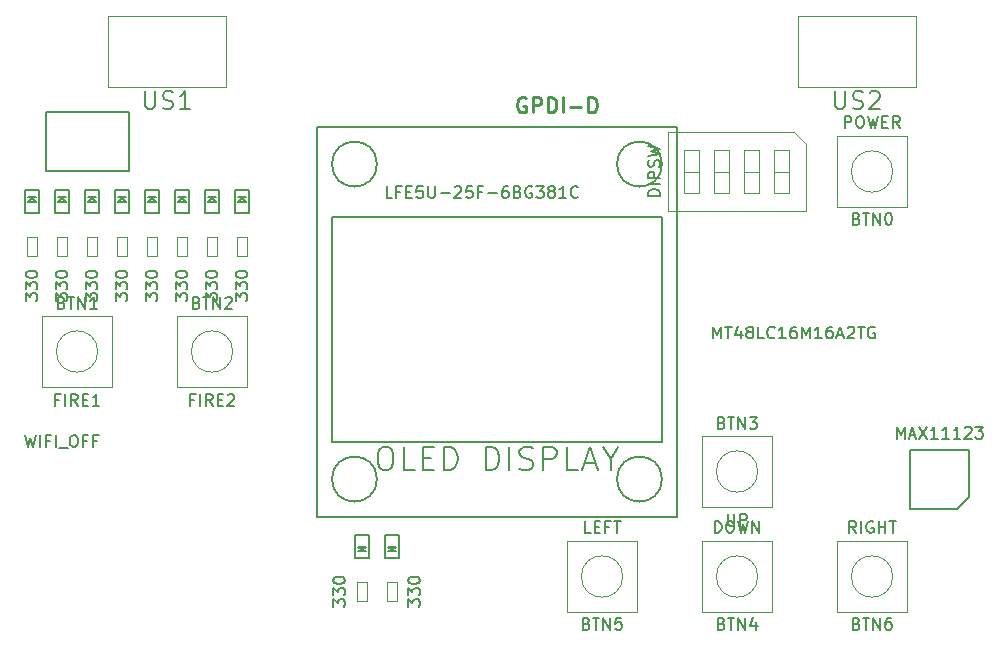
<source format=gbr>
G04 #@! TF.FileFunction,Other,Fab,Top*
%FSLAX46Y46*%
G04 Gerber Fmt 4.6, Leading zero omitted, Abs format (unit mm)*
G04 Created by KiCad (PCBNEW 4.0.7+dfsg1-1) date Wed Oct 11 10:43:22 2017*
%MOMM*%
%LPD*%
G01*
G04 APERTURE LIST*
%ADD10C,0.100000*%
%ADD11C,0.150000*%
%ADD12C,0.254000*%
G04 APERTURE END LIST*
D10*
D11*
X118530000Y-76260000D02*
X117930000Y-76260000D01*
X118230000Y-76360000D02*
X118530000Y-76660000D01*
X117930000Y-76660000D02*
X118230000Y-76360000D01*
X118530000Y-76660000D02*
X117930000Y-76660000D01*
X118830000Y-77660000D02*
X118830000Y-75660000D01*
X117630000Y-77660000D02*
X118830000Y-77660000D01*
X117630000Y-75660000D02*
X117630000Y-77660000D01*
X118830000Y-75660000D02*
X117630000Y-75660000D01*
X115990000Y-76260000D02*
X115390000Y-76260000D01*
X115690000Y-76360000D02*
X115990000Y-76660000D01*
X115390000Y-76660000D02*
X115690000Y-76360000D01*
X115990000Y-76660000D02*
X115390000Y-76660000D01*
X116290000Y-77660000D02*
X116290000Y-75660000D01*
X115090000Y-77660000D02*
X116290000Y-77660000D01*
X115090000Y-75660000D02*
X115090000Y-77660000D01*
X116290000Y-75660000D02*
X115090000Y-75660000D01*
X113450000Y-76260000D02*
X112850000Y-76260000D01*
X113150000Y-76360000D02*
X113450000Y-76660000D01*
X112850000Y-76660000D02*
X113150000Y-76360000D01*
X113450000Y-76660000D02*
X112850000Y-76660000D01*
X113750000Y-77660000D02*
X113750000Y-75660000D01*
X112550000Y-77660000D02*
X113750000Y-77660000D01*
X112550000Y-75660000D02*
X112550000Y-77660000D01*
X113750000Y-75660000D02*
X112550000Y-75660000D01*
X110910000Y-76260000D02*
X110310000Y-76260000D01*
X110610000Y-76360000D02*
X110910000Y-76660000D01*
X110310000Y-76660000D02*
X110610000Y-76360000D01*
X110910000Y-76660000D02*
X110310000Y-76660000D01*
X111210000Y-77660000D02*
X111210000Y-75660000D01*
X110010000Y-77660000D02*
X111210000Y-77660000D01*
X110010000Y-75660000D02*
X110010000Y-77660000D01*
X111210000Y-75660000D02*
X110010000Y-75660000D01*
X108370000Y-76260000D02*
X107770000Y-76260000D01*
X108070000Y-76360000D02*
X108370000Y-76660000D01*
X107770000Y-76660000D02*
X108070000Y-76360000D01*
X108370000Y-76660000D02*
X107770000Y-76660000D01*
X108670000Y-77660000D02*
X108670000Y-75660000D01*
X107470000Y-77660000D02*
X108670000Y-77660000D01*
X107470000Y-75660000D02*
X107470000Y-77660000D01*
X108670000Y-75660000D02*
X107470000Y-75660000D01*
X105830000Y-76260000D02*
X105230000Y-76260000D01*
X105530000Y-76360000D02*
X105830000Y-76660000D01*
X105230000Y-76660000D02*
X105530000Y-76360000D01*
X105830000Y-76660000D02*
X105230000Y-76660000D01*
X106130000Y-77660000D02*
X106130000Y-75660000D01*
X104930000Y-77660000D02*
X106130000Y-77660000D01*
X104930000Y-75660000D02*
X104930000Y-77660000D01*
X106130000Y-75660000D02*
X104930000Y-75660000D01*
X103290000Y-76260000D02*
X102690000Y-76260000D01*
X102990000Y-76360000D02*
X103290000Y-76660000D01*
X102690000Y-76660000D02*
X102990000Y-76360000D01*
X103290000Y-76660000D02*
X102690000Y-76660000D01*
X103590000Y-77660000D02*
X103590000Y-75660000D01*
X102390000Y-77660000D02*
X103590000Y-77660000D01*
X102390000Y-75660000D02*
X102390000Y-77660000D01*
X103590000Y-75660000D02*
X102390000Y-75660000D01*
X100750000Y-76260000D02*
X100150000Y-76260000D01*
X100450000Y-76360000D02*
X100750000Y-76660000D01*
X100150000Y-76660000D02*
X100450000Y-76360000D01*
X100750000Y-76660000D02*
X100150000Y-76660000D01*
X101050000Y-77660000D02*
X101050000Y-75660000D01*
X99850000Y-77660000D02*
X101050000Y-77660000D01*
X99850000Y-75660000D02*
X99850000Y-77660000D01*
X101050000Y-75660000D02*
X99850000Y-75660000D01*
X108624000Y-69080000D02*
X108624000Y-74080000D01*
X101624000Y-69080000D02*
X108624000Y-69080000D01*
X101624000Y-74080000D02*
X101624000Y-69080000D01*
X108624000Y-74080000D02*
X101624000Y-74080000D01*
X128090000Y-106270000D02*
X128690000Y-106270000D01*
X128390000Y-106170000D02*
X128090000Y-105870000D01*
X128690000Y-105870000D02*
X128390000Y-106170000D01*
X128090000Y-105870000D02*
X128690000Y-105870000D01*
X127790000Y-104870000D02*
X127790000Y-106870000D01*
X128990000Y-104870000D02*
X127790000Y-104870000D01*
X128990000Y-106870000D02*
X128990000Y-104870000D01*
X127790000Y-106870000D02*
X128990000Y-106870000D01*
X130630000Y-106270000D02*
X131230000Y-106270000D01*
X130930000Y-106170000D02*
X130630000Y-105870000D01*
X131230000Y-105870000D02*
X130930000Y-106170000D01*
X130630000Y-105870000D02*
X131230000Y-105870000D01*
X130330000Y-104870000D02*
X130330000Y-106870000D01*
X131530000Y-104870000D02*
X130330000Y-104870000D01*
X131530000Y-106870000D02*
X131530000Y-104870000D01*
X130330000Y-106870000D02*
X131530000Y-106870000D01*
D10*
X127990000Y-108880000D02*
X128790000Y-108880000D01*
X127990000Y-110480000D02*
X127990000Y-108880000D01*
X128790000Y-110480000D02*
X127990000Y-110480000D01*
X128790000Y-108880000D02*
X128790000Y-110480000D01*
X131330000Y-110480000D02*
X130530000Y-110480000D01*
X131330000Y-108880000D02*
X131330000Y-110480000D01*
X130530000Y-108880000D02*
X131330000Y-108880000D01*
X130530000Y-110480000D02*
X130530000Y-108880000D01*
X116880000Y-60925000D02*
X116880000Y-66925000D01*
X106880000Y-60925000D02*
X116880000Y-60925000D01*
X106880000Y-66925000D02*
X106880000Y-60925000D01*
X116880000Y-66925000D02*
X106880000Y-66925000D01*
X175300000Y-60925000D02*
X175300000Y-66925000D01*
X165300000Y-60925000D02*
X175300000Y-60925000D01*
X165300000Y-66925000D02*
X165300000Y-60925000D01*
X175300000Y-66925000D02*
X165300000Y-66925000D01*
X118630000Y-81270000D02*
X117830000Y-81270000D01*
X118630000Y-79670000D02*
X118630000Y-81270000D01*
X117830000Y-79670000D02*
X118630000Y-79670000D01*
X117830000Y-81270000D02*
X117830000Y-79670000D01*
X116090000Y-81270000D02*
X115290000Y-81270000D01*
X116090000Y-79670000D02*
X116090000Y-81270000D01*
X115290000Y-79670000D02*
X116090000Y-79670000D01*
X115290000Y-81270000D02*
X115290000Y-79670000D01*
X113550000Y-81270000D02*
X112750000Y-81270000D01*
X113550000Y-79670000D02*
X113550000Y-81270000D01*
X112750000Y-79670000D02*
X113550000Y-79670000D01*
X112750000Y-81270000D02*
X112750000Y-79670000D01*
X111010000Y-81270000D02*
X110210000Y-81270000D01*
X111010000Y-79670000D02*
X111010000Y-81270000D01*
X110210000Y-79670000D02*
X111010000Y-79670000D01*
X110210000Y-81270000D02*
X110210000Y-79670000D01*
X108470000Y-81270000D02*
X107670000Y-81270000D01*
X108470000Y-79670000D02*
X108470000Y-81270000D01*
X107670000Y-79670000D02*
X108470000Y-79670000D01*
X107670000Y-81270000D02*
X107670000Y-79670000D01*
X105930000Y-81270000D02*
X105130000Y-81270000D01*
X105930000Y-79670000D02*
X105930000Y-81270000D01*
X105130000Y-79670000D02*
X105930000Y-79670000D01*
X105130000Y-81270000D02*
X105130000Y-79670000D01*
X103390000Y-81270000D02*
X102590000Y-81270000D01*
X103390000Y-79670000D02*
X103390000Y-81270000D01*
X102590000Y-79670000D02*
X103390000Y-79670000D01*
X102590000Y-81270000D02*
X102590000Y-79670000D01*
X100850000Y-81270000D02*
X100050000Y-81270000D01*
X100850000Y-79670000D02*
X100850000Y-81270000D01*
X100050000Y-79670000D02*
X100850000Y-79670000D01*
X100050000Y-81270000D02*
X100050000Y-79670000D01*
D11*
X178785000Y-102655000D02*
X174785000Y-102655000D01*
X174785000Y-102655000D02*
X174785000Y-97655000D01*
X174785000Y-97655000D02*
X179785000Y-97655000D01*
X179785000Y-97655000D02*
X179785000Y-101655000D01*
X179785000Y-101655000D02*
X178785000Y-102655000D01*
X153790000Y-73485000D02*
G75*
G03X153790000Y-73485000I-1905000J0D01*
G01*
X129660000Y-73485000D02*
G75*
G03X129660000Y-73485000I-1905000J0D01*
G01*
X129660000Y-100155000D02*
G75*
G03X129660000Y-100155000I-1905000J0D01*
G01*
X153790000Y-100155000D02*
G75*
G03X153790000Y-100155000I-1905000J0D01*
G01*
X153790000Y-77930000D02*
X153790000Y-96980000D01*
X125850000Y-77930000D02*
X153790000Y-77930000D01*
X125850000Y-96980000D02*
X125850000Y-77930000D01*
X153790000Y-96980000D02*
X125850000Y-96980000D01*
X155060000Y-70310000D02*
X155060000Y-103330000D01*
X124580000Y-70310000D02*
X155060000Y-70310000D01*
X124580000Y-103330000D02*
X124580000Y-70310000D01*
X155060000Y-103330000D02*
X124580000Y-103330000D01*
D10*
X174570000Y-77120000D02*
X174570000Y-71120000D01*
X174570000Y-71120000D02*
X168570000Y-71120000D01*
X168570000Y-71120000D02*
X168570000Y-77120000D01*
X168570000Y-77120000D02*
X174570000Y-77120000D01*
X173320714Y-74120000D02*
G75*
G03X173320714Y-74120000I-1750714J0D01*
G01*
X101260000Y-86360000D02*
X101260000Y-92360000D01*
X101260000Y-92360000D02*
X107260000Y-92360000D01*
X107260000Y-92360000D02*
X107260000Y-86360000D01*
X107260000Y-86360000D02*
X101260000Y-86360000D01*
X106010714Y-89360000D02*
G75*
G03X106010714Y-89360000I-1750714J0D01*
G01*
X112690000Y-86360000D02*
X112690000Y-92360000D01*
X112690000Y-92360000D02*
X118690000Y-92360000D01*
X118690000Y-92360000D02*
X118690000Y-86360000D01*
X118690000Y-86360000D02*
X112690000Y-86360000D01*
X117440714Y-89360000D02*
G75*
G03X117440714Y-89360000I-1750714J0D01*
G01*
X157140000Y-96520000D02*
X157140000Y-102520000D01*
X157140000Y-102520000D02*
X163140000Y-102520000D01*
X163140000Y-102520000D02*
X163140000Y-96520000D01*
X163140000Y-96520000D02*
X157140000Y-96520000D01*
X161890714Y-99520000D02*
G75*
G03X161890714Y-99520000I-1750714J0D01*
G01*
X163140000Y-111410000D02*
X163140000Y-105410000D01*
X163140000Y-105410000D02*
X157140000Y-105410000D01*
X157140000Y-105410000D02*
X157140000Y-111410000D01*
X157140000Y-111410000D02*
X163140000Y-111410000D01*
X161890714Y-108410000D02*
G75*
G03X161890714Y-108410000I-1750714J0D01*
G01*
X151710000Y-111410000D02*
X151710000Y-105410000D01*
X151710000Y-105410000D02*
X145710000Y-105410000D01*
X145710000Y-105410000D02*
X145710000Y-111410000D01*
X145710000Y-111410000D02*
X151710000Y-111410000D01*
X150460714Y-108410000D02*
G75*
G03X150460714Y-108410000I-1750714J0D01*
G01*
X174570000Y-111410000D02*
X174570000Y-105410000D01*
X174570000Y-105410000D02*
X168570000Y-105410000D01*
X168570000Y-105410000D02*
X168570000Y-111410000D01*
X168570000Y-111410000D02*
X174570000Y-111410000D01*
X173320714Y-108410000D02*
G75*
G03X173320714Y-108410000I-1750714J0D01*
G01*
X166000000Y-71780000D02*
X166000000Y-77460000D01*
X166000000Y-77460000D02*
X154280000Y-77460000D01*
X154280000Y-77460000D02*
X154280000Y-70780000D01*
X154280000Y-70780000D02*
X165000000Y-70780000D01*
X165000000Y-70780000D02*
X166000000Y-71780000D01*
X164585000Y-72310000D02*
X163315000Y-72310000D01*
X163315000Y-72310000D02*
X163315000Y-75930000D01*
X163315000Y-75930000D02*
X164585000Y-75930000D01*
X164585000Y-75930000D02*
X164585000Y-72310000D01*
X164585000Y-74120000D02*
X163315000Y-74120000D01*
X162045000Y-72310000D02*
X160775000Y-72310000D01*
X160775000Y-72310000D02*
X160775000Y-75930000D01*
X160775000Y-75930000D02*
X162045000Y-75930000D01*
X162045000Y-75930000D02*
X162045000Y-72310000D01*
X162045000Y-74120000D02*
X160775000Y-74120000D01*
X159505000Y-72310000D02*
X158235000Y-72310000D01*
X158235000Y-72310000D02*
X158235000Y-75930000D01*
X158235000Y-75930000D02*
X159505000Y-75930000D01*
X159505000Y-75930000D02*
X159505000Y-72310000D01*
X159505000Y-74120000D02*
X158235000Y-74120000D01*
X156965000Y-72310000D02*
X155695000Y-72310000D01*
X155695000Y-72310000D02*
X155695000Y-75930000D01*
X155695000Y-75930000D02*
X156965000Y-75930000D01*
X156965000Y-75930000D02*
X156965000Y-72310000D01*
X156965000Y-74120000D02*
X155695000Y-74120000D01*
D11*
X158132666Y-88252381D02*
X158132666Y-87252381D01*
X158466000Y-87966667D01*
X158799333Y-87252381D01*
X158799333Y-88252381D01*
X159132666Y-87252381D02*
X159704095Y-87252381D01*
X159418380Y-88252381D02*
X159418380Y-87252381D01*
X160466000Y-87585714D02*
X160466000Y-88252381D01*
X160227904Y-87204762D02*
X159989809Y-87919048D01*
X160608857Y-87919048D01*
X161132666Y-87680952D02*
X161037428Y-87633333D01*
X160989809Y-87585714D01*
X160942190Y-87490476D01*
X160942190Y-87442857D01*
X160989809Y-87347619D01*
X161037428Y-87300000D01*
X161132666Y-87252381D01*
X161323143Y-87252381D01*
X161418381Y-87300000D01*
X161466000Y-87347619D01*
X161513619Y-87442857D01*
X161513619Y-87490476D01*
X161466000Y-87585714D01*
X161418381Y-87633333D01*
X161323143Y-87680952D01*
X161132666Y-87680952D01*
X161037428Y-87728571D01*
X160989809Y-87776190D01*
X160942190Y-87871429D01*
X160942190Y-88061905D01*
X160989809Y-88157143D01*
X161037428Y-88204762D01*
X161132666Y-88252381D01*
X161323143Y-88252381D01*
X161418381Y-88204762D01*
X161466000Y-88157143D01*
X161513619Y-88061905D01*
X161513619Y-87871429D01*
X161466000Y-87776190D01*
X161418381Y-87728571D01*
X161323143Y-87680952D01*
X162418381Y-88252381D02*
X161942190Y-88252381D01*
X161942190Y-87252381D01*
X163323143Y-88157143D02*
X163275524Y-88204762D01*
X163132667Y-88252381D01*
X163037429Y-88252381D01*
X162894571Y-88204762D01*
X162799333Y-88109524D01*
X162751714Y-88014286D01*
X162704095Y-87823810D01*
X162704095Y-87680952D01*
X162751714Y-87490476D01*
X162799333Y-87395238D01*
X162894571Y-87300000D01*
X163037429Y-87252381D01*
X163132667Y-87252381D01*
X163275524Y-87300000D01*
X163323143Y-87347619D01*
X164275524Y-88252381D02*
X163704095Y-88252381D01*
X163989809Y-88252381D02*
X163989809Y-87252381D01*
X163894571Y-87395238D01*
X163799333Y-87490476D01*
X163704095Y-87538095D01*
X165132667Y-87252381D02*
X164942190Y-87252381D01*
X164846952Y-87300000D01*
X164799333Y-87347619D01*
X164704095Y-87490476D01*
X164656476Y-87680952D01*
X164656476Y-88061905D01*
X164704095Y-88157143D01*
X164751714Y-88204762D01*
X164846952Y-88252381D01*
X165037429Y-88252381D01*
X165132667Y-88204762D01*
X165180286Y-88157143D01*
X165227905Y-88061905D01*
X165227905Y-87823810D01*
X165180286Y-87728571D01*
X165132667Y-87680952D01*
X165037429Y-87633333D01*
X164846952Y-87633333D01*
X164751714Y-87680952D01*
X164704095Y-87728571D01*
X164656476Y-87823810D01*
X165656476Y-88252381D02*
X165656476Y-87252381D01*
X165989810Y-87966667D01*
X166323143Y-87252381D01*
X166323143Y-88252381D01*
X167323143Y-88252381D02*
X166751714Y-88252381D01*
X167037428Y-88252381D02*
X167037428Y-87252381D01*
X166942190Y-87395238D01*
X166846952Y-87490476D01*
X166751714Y-87538095D01*
X168180286Y-87252381D02*
X167989809Y-87252381D01*
X167894571Y-87300000D01*
X167846952Y-87347619D01*
X167751714Y-87490476D01*
X167704095Y-87680952D01*
X167704095Y-88061905D01*
X167751714Y-88157143D01*
X167799333Y-88204762D01*
X167894571Y-88252381D01*
X168085048Y-88252381D01*
X168180286Y-88204762D01*
X168227905Y-88157143D01*
X168275524Y-88061905D01*
X168275524Y-87823810D01*
X168227905Y-87728571D01*
X168180286Y-87680952D01*
X168085048Y-87633333D01*
X167894571Y-87633333D01*
X167799333Y-87680952D01*
X167751714Y-87728571D01*
X167704095Y-87823810D01*
X168656476Y-87966667D02*
X169132667Y-87966667D01*
X168561238Y-88252381D02*
X168894571Y-87252381D01*
X169227905Y-88252381D01*
X169513619Y-87347619D02*
X169561238Y-87300000D01*
X169656476Y-87252381D01*
X169894572Y-87252381D01*
X169989810Y-87300000D01*
X170037429Y-87347619D01*
X170085048Y-87442857D01*
X170085048Y-87538095D01*
X170037429Y-87680952D01*
X169466000Y-88252381D01*
X170085048Y-88252381D01*
X170370762Y-87252381D02*
X170942191Y-87252381D01*
X170656476Y-88252381D02*
X170656476Y-87252381D01*
X171799334Y-87300000D02*
X171704096Y-87252381D01*
X171561239Y-87252381D01*
X171418381Y-87300000D01*
X171323143Y-87395238D01*
X171275524Y-87490476D01*
X171227905Y-87680952D01*
X171227905Y-87823810D01*
X171275524Y-88014286D01*
X171323143Y-88109524D01*
X171418381Y-88204762D01*
X171561239Y-88252381D01*
X171656477Y-88252381D01*
X171799334Y-88204762D01*
X171846953Y-88157143D01*
X171846953Y-87823810D01*
X171656477Y-87823810D01*
X99894762Y-96432381D02*
X100132857Y-97432381D01*
X100323334Y-96718095D01*
X100513810Y-97432381D01*
X100751905Y-96432381D01*
X101132857Y-97432381D02*
X101132857Y-96432381D01*
X101942381Y-96908571D02*
X101609047Y-96908571D01*
X101609047Y-97432381D02*
X101609047Y-96432381D01*
X102085238Y-96432381D01*
X102466190Y-97432381D02*
X102466190Y-96432381D01*
X102704285Y-97527619D02*
X103466190Y-97527619D01*
X103894761Y-96432381D02*
X104085238Y-96432381D01*
X104180476Y-96480000D01*
X104275714Y-96575238D01*
X104323333Y-96765714D01*
X104323333Y-97099048D01*
X104275714Y-97289524D01*
X104180476Y-97384762D01*
X104085238Y-97432381D01*
X103894761Y-97432381D01*
X103799523Y-97384762D01*
X103704285Y-97289524D01*
X103656666Y-97099048D01*
X103656666Y-96765714D01*
X103704285Y-96575238D01*
X103799523Y-96480000D01*
X103894761Y-96432381D01*
X105085238Y-96908571D02*
X104751904Y-96908571D01*
X104751904Y-97432381D02*
X104751904Y-96432381D01*
X105228095Y-96432381D01*
X105942381Y-96908571D02*
X105609047Y-96908571D01*
X105609047Y-97432381D02*
X105609047Y-96432381D01*
X106085238Y-96432381D01*
X125942381Y-110965714D02*
X125942381Y-110346666D01*
X126323333Y-110680000D01*
X126323333Y-110537142D01*
X126370952Y-110441904D01*
X126418571Y-110394285D01*
X126513810Y-110346666D01*
X126751905Y-110346666D01*
X126847143Y-110394285D01*
X126894762Y-110441904D01*
X126942381Y-110537142D01*
X126942381Y-110822857D01*
X126894762Y-110918095D01*
X126847143Y-110965714D01*
X125942381Y-110013333D02*
X125942381Y-109394285D01*
X126323333Y-109727619D01*
X126323333Y-109584761D01*
X126370952Y-109489523D01*
X126418571Y-109441904D01*
X126513810Y-109394285D01*
X126751905Y-109394285D01*
X126847143Y-109441904D01*
X126894762Y-109489523D01*
X126942381Y-109584761D01*
X126942381Y-109870476D01*
X126894762Y-109965714D01*
X126847143Y-110013333D01*
X125942381Y-108775238D02*
X125942381Y-108679999D01*
X125990000Y-108584761D01*
X126037619Y-108537142D01*
X126132857Y-108489523D01*
X126323333Y-108441904D01*
X126561429Y-108441904D01*
X126751905Y-108489523D01*
X126847143Y-108537142D01*
X126894762Y-108584761D01*
X126942381Y-108679999D01*
X126942381Y-108775238D01*
X126894762Y-108870476D01*
X126847143Y-108918095D01*
X126751905Y-108965714D01*
X126561429Y-109013333D01*
X126323333Y-109013333D01*
X126132857Y-108965714D01*
X126037619Y-108918095D01*
X125990000Y-108870476D01*
X125942381Y-108775238D01*
X132282381Y-110965714D02*
X132282381Y-110346666D01*
X132663333Y-110680000D01*
X132663333Y-110537142D01*
X132710952Y-110441904D01*
X132758571Y-110394285D01*
X132853810Y-110346666D01*
X133091905Y-110346666D01*
X133187143Y-110394285D01*
X133234762Y-110441904D01*
X133282381Y-110537142D01*
X133282381Y-110822857D01*
X133234762Y-110918095D01*
X133187143Y-110965714D01*
X132282381Y-110013333D02*
X132282381Y-109394285D01*
X132663333Y-109727619D01*
X132663333Y-109584761D01*
X132710952Y-109489523D01*
X132758571Y-109441904D01*
X132853810Y-109394285D01*
X133091905Y-109394285D01*
X133187143Y-109441904D01*
X133234762Y-109489523D01*
X133282381Y-109584761D01*
X133282381Y-109870476D01*
X133234762Y-109965714D01*
X133187143Y-110013333D01*
X132282381Y-108775238D02*
X132282381Y-108679999D01*
X132330000Y-108584761D01*
X132377619Y-108537142D01*
X132472857Y-108489523D01*
X132663333Y-108441904D01*
X132901429Y-108441904D01*
X133091905Y-108489523D01*
X133187143Y-108537142D01*
X133234762Y-108584761D01*
X133282381Y-108679999D01*
X133282381Y-108775238D01*
X133234762Y-108870476D01*
X133187143Y-108918095D01*
X133091905Y-108965714D01*
X132901429Y-109013333D01*
X132663333Y-109013333D01*
X132472857Y-108965714D01*
X132377619Y-108918095D01*
X132330000Y-108870476D01*
X132282381Y-108775238D01*
X110022858Y-67329571D02*
X110022858Y-68543857D01*
X110094286Y-68686714D01*
X110165715Y-68758143D01*
X110308572Y-68829571D01*
X110594286Y-68829571D01*
X110737144Y-68758143D01*
X110808572Y-68686714D01*
X110880001Y-68543857D01*
X110880001Y-67329571D01*
X111522858Y-68758143D02*
X111737144Y-68829571D01*
X112094287Y-68829571D01*
X112237144Y-68758143D01*
X112308573Y-68686714D01*
X112380001Y-68543857D01*
X112380001Y-68401000D01*
X112308573Y-68258143D01*
X112237144Y-68186714D01*
X112094287Y-68115286D01*
X111808573Y-68043857D01*
X111665715Y-67972429D01*
X111594287Y-67901000D01*
X111522858Y-67758143D01*
X111522858Y-67615286D01*
X111594287Y-67472429D01*
X111665715Y-67401000D01*
X111808573Y-67329571D01*
X112165715Y-67329571D01*
X112380001Y-67401000D01*
X113808572Y-68829571D02*
X112951429Y-68829571D01*
X113380001Y-68829571D02*
X113380001Y-67329571D01*
X113237144Y-67543857D01*
X113094286Y-67686714D01*
X112951429Y-67758143D01*
X168442858Y-67329571D02*
X168442858Y-68543857D01*
X168514286Y-68686714D01*
X168585715Y-68758143D01*
X168728572Y-68829571D01*
X169014286Y-68829571D01*
X169157144Y-68758143D01*
X169228572Y-68686714D01*
X169300001Y-68543857D01*
X169300001Y-67329571D01*
X169942858Y-68758143D02*
X170157144Y-68829571D01*
X170514287Y-68829571D01*
X170657144Y-68758143D01*
X170728573Y-68686714D01*
X170800001Y-68543857D01*
X170800001Y-68401000D01*
X170728573Y-68258143D01*
X170657144Y-68186714D01*
X170514287Y-68115286D01*
X170228573Y-68043857D01*
X170085715Y-67972429D01*
X170014287Y-67901000D01*
X169942858Y-67758143D01*
X169942858Y-67615286D01*
X170014287Y-67472429D01*
X170085715Y-67401000D01*
X170228573Y-67329571D01*
X170585715Y-67329571D01*
X170800001Y-67401000D01*
X171371429Y-67472429D02*
X171442858Y-67401000D01*
X171585715Y-67329571D01*
X171942858Y-67329571D01*
X172085715Y-67401000D01*
X172157144Y-67472429D01*
X172228572Y-67615286D01*
X172228572Y-67758143D01*
X172157144Y-67972429D01*
X171300001Y-68829571D01*
X172228572Y-68829571D01*
X117682381Y-85057714D02*
X117682381Y-84438666D01*
X118063333Y-84772000D01*
X118063333Y-84629142D01*
X118110952Y-84533904D01*
X118158571Y-84486285D01*
X118253810Y-84438666D01*
X118491905Y-84438666D01*
X118587143Y-84486285D01*
X118634762Y-84533904D01*
X118682381Y-84629142D01*
X118682381Y-84914857D01*
X118634762Y-85010095D01*
X118587143Y-85057714D01*
X117682381Y-84105333D02*
X117682381Y-83486285D01*
X118063333Y-83819619D01*
X118063333Y-83676761D01*
X118110952Y-83581523D01*
X118158571Y-83533904D01*
X118253810Y-83486285D01*
X118491905Y-83486285D01*
X118587143Y-83533904D01*
X118634762Y-83581523D01*
X118682381Y-83676761D01*
X118682381Y-83962476D01*
X118634762Y-84057714D01*
X118587143Y-84105333D01*
X117682381Y-82867238D02*
X117682381Y-82771999D01*
X117730000Y-82676761D01*
X117777619Y-82629142D01*
X117872857Y-82581523D01*
X118063333Y-82533904D01*
X118301429Y-82533904D01*
X118491905Y-82581523D01*
X118587143Y-82629142D01*
X118634762Y-82676761D01*
X118682381Y-82771999D01*
X118682381Y-82867238D01*
X118634762Y-82962476D01*
X118587143Y-83010095D01*
X118491905Y-83057714D01*
X118301429Y-83105333D01*
X118063333Y-83105333D01*
X117872857Y-83057714D01*
X117777619Y-83010095D01*
X117730000Y-82962476D01*
X117682381Y-82867238D01*
X115142381Y-85057714D02*
X115142381Y-84438666D01*
X115523333Y-84772000D01*
X115523333Y-84629142D01*
X115570952Y-84533904D01*
X115618571Y-84486285D01*
X115713810Y-84438666D01*
X115951905Y-84438666D01*
X116047143Y-84486285D01*
X116094762Y-84533904D01*
X116142381Y-84629142D01*
X116142381Y-84914857D01*
X116094762Y-85010095D01*
X116047143Y-85057714D01*
X115142381Y-84105333D02*
X115142381Y-83486285D01*
X115523333Y-83819619D01*
X115523333Y-83676761D01*
X115570952Y-83581523D01*
X115618571Y-83533904D01*
X115713810Y-83486285D01*
X115951905Y-83486285D01*
X116047143Y-83533904D01*
X116094762Y-83581523D01*
X116142381Y-83676761D01*
X116142381Y-83962476D01*
X116094762Y-84057714D01*
X116047143Y-84105333D01*
X115142381Y-82867238D02*
X115142381Y-82771999D01*
X115190000Y-82676761D01*
X115237619Y-82629142D01*
X115332857Y-82581523D01*
X115523333Y-82533904D01*
X115761429Y-82533904D01*
X115951905Y-82581523D01*
X116047143Y-82629142D01*
X116094762Y-82676761D01*
X116142381Y-82771999D01*
X116142381Y-82867238D01*
X116094762Y-82962476D01*
X116047143Y-83010095D01*
X115951905Y-83057714D01*
X115761429Y-83105333D01*
X115523333Y-83105333D01*
X115332857Y-83057714D01*
X115237619Y-83010095D01*
X115190000Y-82962476D01*
X115142381Y-82867238D01*
X112602381Y-85057714D02*
X112602381Y-84438666D01*
X112983333Y-84772000D01*
X112983333Y-84629142D01*
X113030952Y-84533904D01*
X113078571Y-84486285D01*
X113173810Y-84438666D01*
X113411905Y-84438666D01*
X113507143Y-84486285D01*
X113554762Y-84533904D01*
X113602381Y-84629142D01*
X113602381Y-84914857D01*
X113554762Y-85010095D01*
X113507143Y-85057714D01*
X112602381Y-84105333D02*
X112602381Y-83486285D01*
X112983333Y-83819619D01*
X112983333Y-83676761D01*
X113030952Y-83581523D01*
X113078571Y-83533904D01*
X113173810Y-83486285D01*
X113411905Y-83486285D01*
X113507143Y-83533904D01*
X113554762Y-83581523D01*
X113602381Y-83676761D01*
X113602381Y-83962476D01*
X113554762Y-84057714D01*
X113507143Y-84105333D01*
X112602381Y-82867238D02*
X112602381Y-82771999D01*
X112650000Y-82676761D01*
X112697619Y-82629142D01*
X112792857Y-82581523D01*
X112983333Y-82533904D01*
X113221429Y-82533904D01*
X113411905Y-82581523D01*
X113507143Y-82629142D01*
X113554762Y-82676761D01*
X113602381Y-82771999D01*
X113602381Y-82867238D01*
X113554762Y-82962476D01*
X113507143Y-83010095D01*
X113411905Y-83057714D01*
X113221429Y-83105333D01*
X112983333Y-83105333D01*
X112792857Y-83057714D01*
X112697619Y-83010095D01*
X112650000Y-82962476D01*
X112602381Y-82867238D01*
X110062381Y-85057714D02*
X110062381Y-84438666D01*
X110443333Y-84772000D01*
X110443333Y-84629142D01*
X110490952Y-84533904D01*
X110538571Y-84486285D01*
X110633810Y-84438666D01*
X110871905Y-84438666D01*
X110967143Y-84486285D01*
X111014762Y-84533904D01*
X111062381Y-84629142D01*
X111062381Y-84914857D01*
X111014762Y-85010095D01*
X110967143Y-85057714D01*
X110062381Y-84105333D02*
X110062381Y-83486285D01*
X110443333Y-83819619D01*
X110443333Y-83676761D01*
X110490952Y-83581523D01*
X110538571Y-83533904D01*
X110633810Y-83486285D01*
X110871905Y-83486285D01*
X110967143Y-83533904D01*
X111014762Y-83581523D01*
X111062381Y-83676761D01*
X111062381Y-83962476D01*
X111014762Y-84057714D01*
X110967143Y-84105333D01*
X110062381Y-82867238D02*
X110062381Y-82771999D01*
X110110000Y-82676761D01*
X110157619Y-82629142D01*
X110252857Y-82581523D01*
X110443333Y-82533904D01*
X110681429Y-82533904D01*
X110871905Y-82581523D01*
X110967143Y-82629142D01*
X111014762Y-82676761D01*
X111062381Y-82771999D01*
X111062381Y-82867238D01*
X111014762Y-82962476D01*
X110967143Y-83010095D01*
X110871905Y-83057714D01*
X110681429Y-83105333D01*
X110443333Y-83105333D01*
X110252857Y-83057714D01*
X110157619Y-83010095D01*
X110110000Y-82962476D01*
X110062381Y-82867238D01*
X107522381Y-85057714D02*
X107522381Y-84438666D01*
X107903333Y-84772000D01*
X107903333Y-84629142D01*
X107950952Y-84533904D01*
X107998571Y-84486285D01*
X108093810Y-84438666D01*
X108331905Y-84438666D01*
X108427143Y-84486285D01*
X108474762Y-84533904D01*
X108522381Y-84629142D01*
X108522381Y-84914857D01*
X108474762Y-85010095D01*
X108427143Y-85057714D01*
X107522381Y-84105333D02*
X107522381Y-83486285D01*
X107903333Y-83819619D01*
X107903333Y-83676761D01*
X107950952Y-83581523D01*
X107998571Y-83533904D01*
X108093810Y-83486285D01*
X108331905Y-83486285D01*
X108427143Y-83533904D01*
X108474762Y-83581523D01*
X108522381Y-83676761D01*
X108522381Y-83962476D01*
X108474762Y-84057714D01*
X108427143Y-84105333D01*
X107522381Y-82867238D02*
X107522381Y-82771999D01*
X107570000Y-82676761D01*
X107617619Y-82629142D01*
X107712857Y-82581523D01*
X107903333Y-82533904D01*
X108141429Y-82533904D01*
X108331905Y-82581523D01*
X108427143Y-82629142D01*
X108474762Y-82676761D01*
X108522381Y-82771999D01*
X108522381Y-82867238D01*
X108474762Y-82962476D01*
X108427143Y-83010095D01*
X108331905Y-83057714D01*
X108141429Y-83105333D01*
X107903333Y-83105333D01*
X107712857Y-83057714D01*
X107617619Y-83010095D01*
X107570000Y-82962476D01*
X107522381Y-82867238D01*
X104982381Y-85057714D02*
X104982381Y-84438666D01*
X105363333Y-84772000D01*
X105363333Y-84629142D01*
X105410952Y-84533904D01*
X105458571Y-84486285D01*
X105553810Y-84438666D01*
X105791905Y-84438666D01*
X105887143Y-84486285D01*
X105934762Y-84533904D01*
X105982381Y-84629142D01*
X105982381Y-84914857D01*
X105934762Y-85010095D01*
X105887143Y-85057714D01*
X104982381Y-84105333D02*
X104982381Y-83486285D01*
X105363333Y-83819619D01*
X105363333Y-83676761D01*
X105410952Y-83581523D01*
X105458571Y-83533904D01*
X105553810Y-83486285D01*
X105791905Y-83486285D01*
X105887143Y-83533904D01*
X105934762Y-83581523D01*
X105982381Y-83676761D01*
X105982381Y-83962476D01*
X105934762Y-84057714D01*
X105887143Y-84105333D01*
X104982381Y-82867238D02*
X104982381Y-82771999D01*
X105030000Y-82676761D01*
X105077619Y-82629142D01*
X105172857Y-82581523D01*
X105363333Y-82533904D01*
X105601429Y-82533904D01*
X105791905Y-82581523D01*
X105887143Y-82629142D01*
X105934762Y-82676761D01*
X105982381Y-82771999D01*
X105982381Y-82867238D01*
X105934762Y-82962476D01*
X105887143Y-83010095D01*
X105791905Y-83057714D01*
X105601429Y-83105333D01*
X105363333Y-83105333D01*
X105172857Y-83057714D01*
X105077619Y-83010095D01*
X105030000Y-82962476D01*
X104982381Y-82867238D01*
X102442381Y-85057714D02*
X102442381Y-84438666D01*
X102823333Y-84772000D01*
X102823333Y-84629142D01*
X102870952Y-84533904D01*
X102918571Y-84486285D01*
X103013810Y-84438666D01*
X103251905Y-84438666D01*
X103347143Y-84486285D01*
X103394762Y-84533904D01*
X103442381Y-84629142D01*
X103442381Y-84914857D01*
X103394762Y-85010095D01*
X103347143Y-85057714D01*
X102442381Y-84105333D02*
X102442381Y-83486285D01*
X102823333Y-83819619D01*
X102823333Y-83676761D01*
X102870952Y-83581523D01*
X102918571Y-83533904D01*
X103013810Y-83486285D01*
X103251905Y-83486285D01*
X103347143Y-83533904D01*
X103394762Y-83581523D01*
X103442381Y-83676761D01*
X103442381Y-83962476D01*
X103394762Y-84057714D01*
X103347143Y-84105333D01*
X102442381Y-82867238D02*
X102442381Y-82771999D01*
X102490000Y-82676761D01*
X102537619Y-82629142D01*
X102632857Y-82581523D01*
X102823333Y-82533904D01*
X103061429Y-82533904D01*
X103251905Y-82581523D01*
X103347143Y-82629142D01*
X103394762Y-82676761D01*
X103442381Y-82771999D01*
X103442381Y-82867238D01*
X103394762Y-82962476D01*
X103347143Y-83010095D01*
X103251905Y-83057714D01*
X103061429Y-83105333D01*
X102823333Y-83105333D01*
X102632857Y-83057714D01*
X102537619Y-83010095D01*
X102490000Y-82962476D01*
X102442381Y-82867238D01*
X99902381Y-85057714D02*
X99902381Y-84438666D01*
X100283333Y-84772000D01*
X100283333Y-84629142D01*
X100330952Y-84533904D01*
X100378571Y-84486285D01*
X100473810Y-84438666D01*
X100711905Y-84438666D01*
X100807143Y-84486285D01*
X100854762Y-84533904D01*
X100902381Y-84629142D01*
X100902381Y-84914857D01*
X100854762Y-85010095D01*
X100807143Y-85057714D01*
X99902381Y-84105333D02*
X99902381Y-83486285D01*
X100283333Y-83819619D01*
X100283333Y-83676761D01*
X100330952Y-83581523D01*
X100378571Y-83533904D01*
X100473810Y-83486285D01*
X100711905Y-83486285D01*
X100807143Y-83533904D01*
X100854762Y-83581523D01*
X100902381Y-83676761D01*
X100902381Y-83962476D01*
X100854762Y-84057714D01*
X100807143Y-84105333D01*
X99902381Y-82867238D02*
X99902381Y-82771999D01*
X99950000Y-82676761D01*
X99997619Y-82629142D01*
X100092857Y-82581523D01*
X100283333Y-82533904D01*
X100521429Y-82533904D01*
X100711905Y-82581523D01*
X100807143Y-82629142D01*
X100854762Y-82676761D01*
X100902381Y-82771999D01*
X100902381Y-82867238D01*
X100854762Y-82962476D01*
X100807143Y-83010095D01*
X100711905Y-83057714D01*
X100521429Y-83105333D01*
X100283333Y-83105333D01*
X100092857Y-83057714D01*
X99997619Y-83010095D01*
X99950000Y-82962476D01*
X99902381Y-82867238D01*
X173665952Y-96732381D02*
X173665952Y-95732381D01*
X173999286Y-96446667D01*
X174332619Y-95732381D01*
X174332619Y-96732381D01*
X174761190Y-96446667D02*
X175237381Y-96446667D01*
X174665952Y-96732381D02*
X174999285Y-95732381D01*
X175332619Y-96732381D01*
X175570714Y-95732381D02*
X176237381Y-96732381D01*
X176237381Y-95732381D02*
X175570714Y-96732381D01*
X177142143Y-96732381D02*
X176570714Y-96732381D01*
X176856428Y-96732381D02*
X176856428Y-95732381D01*
X176761190Y-95875238D01*
X176665952Y-95970476D01*
X176570714Y-96018095D01*
X178094524Y-96732381D02*
X177523095Y-96732381D01*
X177808809Y-96732381D02*
X177808809Y-95732381D01*
X177713571Y-95875238D01*
X177618333Y-95970476D01*
X177523095Y-96018095D01*
X179046905Y-96732381D02*
X178475476Y-96732381D01*
X178761190Y-96732381D02*
X178761190Y-95732381D01*
X178665952Y-95875238D01*
X178570714Y-95970476D01*
X178475476Y-96018095D01*
X179427857Y-95827619D02*
X179475476Y-95780000D01*
X179570714Y-95732381D01*
X179808810Y-95732381D01*
X179904048Y-95780000D01*
X179951667Y-95827619D01*
X179999286Y-95922857D01*
X179999286Y-96018095D01*
X179951667Y-96160952D01*
X179380238Y-96732381D01*
X179999286Y-96732381D01*
X180332619Y-95732381D02*
X180951667Y-95732381D01*
X180618333Y-96113333D01*
X180761191Y-96113333D01*
X180856429Y-96160952D01*
X180904048Y-96208571D01*
X180951667Y-96303810D01*
X180951667Y-96541905D01*
X180904048Y-96637143D01*
X180856429Y-96684762D01*
X180761191Y-96732381D01*
X180475476Y-96732381D01*
X180380238Y-96684762D01*
X180332619Y-96637143D01*
X130200952Y-97408762D02*
X130581904Y-97408762D01*
X130772380Y-97504000D01*
X130962857Y-97694476D01*
X131058095Y-98075429D01*
X131058095Y-98742095D01*
X130962857Y-99123048D01*
X130772380Y-99313524D01*
X130581904Y-99408762D01*
X130200952Y-99408762D01*
X130010476Y-99313524D01*
X129819999Y-99123048D01*
X129724761Y-98742095D01*
X129724761Y-98075429D01*
X129819999Y-97694476D01*
X130010476Y-97504000D01*
X130200952Y-97408762D01*
X132867618Y-99408762D02*
X131915237Y-99408762D01*
X131915237Y-97408762D01*
X133534285Y-98361143D02*
X134200952Y-98361143D01*
X134486666Y-99408762D02*
X133534285Y-99408762D01*
X133534285Y-97408762D01*
X134486666Y-97408762D01*
X135343809Y-99408762D02*
X135343809Y-97408762D01*
X135820000Y-97408762D01*
X136105714Y-97504000D01*
X136296190Y-97694476D01*
X136391429Y-97884952D01*
X136486667Y-98265905D01*
X136486667Y-98551619D01*
X136391429Y-98932571D01*
X136296190Y-99123048D01*
X136105714Y-99313524D01*
X135820000Y-99408762D01*
X135343809Y-99408762D01*
X138867619Y-99408762D02*
X138867619Y-97408762D01*
X139343810Y-97408762D01*
X139629524Y-97504000D01*
X139820000Y-97694476D01*
X139915239Y-97884952D01*
X140010477Y-98265905D01*
X140010477Y-98551619D01*
X139915239Y-98932571D01*
X139820000Y-99123048D01*
X139629524Y-99313524D01*
X139343810Y-99408762D01*
X138867619Y-99408762D01*
X140867619Y-99408762D02*
X140867619Y-97408762D01*
X141724762Y-99313524D02*
X142010477Y-99408762D01*
X142486667Y-99408762D01*
X142677143Y-99313524D01*
X142772381Y-99218286D01*
X142867620Y-99027810D01*
X142867620Y-98837333D01*
X142772381Y-98646857D01*
X142677143Y-98551619D01*
X142486667Y-98456381D01*
X142105715Y-98361143D01*
X141915239Y-98265905D01*
X141820000Y-98170667D01*
X141724762Y-97980190D01*
X141724762Y-97789714D01*
X141820000Y-97599238D01*
X141915239Y-97504000D01*
X142105715Y-97408762D01*
X142581905Y-97408762D01*
X142867620Y-97504000D01*
X143724762Y-99408762D02*
X143724762Y-97408762D01*
X144486667Y-97408762D01*
X144677143Y-97504000D01*
X144772382Y-97599238D01*
X144867620Y-97789714D01*
X144867620Y-98075429D01*
X144772382Y-98265905D01*
X144677143Y-98361143D01*
X144486667Y-98456381D01*
X143724762Y-98456381D01*
X146677143Y-99408762D02*
X145724762Y-99408762D01*
X145724762Y-97408762D01*
X147248572Y-98837333D02*
X148200953Y-98837333D01*
X147058096Y-99408762D02*
X147724763Y-97408762D01*
X148391430Y-99408762D01*
X149439049Y-98456381D02*
X149439049Y-99408762D01*
X148772382Y-97408762D02*
X149439049Y-98456381D01*
X150105716Y-97408762D01*
D12*
X142239048Y-67897000D02*
X142118096Y-67836524D01*
X141936667Y-67836524D01*
X141755239Y-67897000D01*
X141634286Y-68017952D01*
X141573810Y-68138905D01*
X141513334Y-68380810D01*
X141513334Y-68562238D01*
X141573810Y-68804143D01*
X141634286Y-68925095D01*
X141755239Y-69046048D01*
X141936667Y-69106524D01*
X142057619Y-69106524D01*
X142239048Y-69046048D01*
X142299524Y-68985571D01*
X142299524Y-68562238D01*
X142057619Y-68562238D01*
X142843810Y-69106524D02*
X142843810Y-67836524D01*
X143327619Y-67836524D01*
X143448572Y-67897000D01*
X143509048Y-67957476D01*
X143569524Y-68078429D01*
X143569524Y-68259857D01*
X143509048Y-68380810D01*
X143448572Y-68441286D01*
X143327619Y-68501762D01*
X142843810Y-68501762D01*
X144113810Y-69106524D02*
X144113810Y-67836524D01*
X144416191Y-67836524D01*
X144597619Y-67897000D01*
X144718572Y-68017952D01*
X144779048Y-68138905D01*
X144839524Y-68380810D01*
X144839524Y-68562238D01*
X144779048Y-68804143D01*
X144718572Y-68925095D01*
X144597619Y-69046048D01*
X144416191Y-69106524D01*
X144113810Y-69106524D01*
X145383810Y-69106524D02*
X145383810Y-67836524D01*
X145988572Y-68622714D02*
X146956191Y-68622714D01*
X147560953Y-69106524D02*
X147560953Y-67836524D01*
X147863334Y-67836524D01*
X148044762Y-67897000D01*
X148165715Y-68017952D01*
X148226191Y-68138905D01*
X148286667Y-68380810D01*
X148286667Y-68562238D01*
X148226191Y-68804143D01*
X148165715Y-68925095D01*
X148044762Y-69046048D01*
X147863334Y-69106524D01*
X147560953Y-69106524D01*
D11*
X169260476Y-70422381D02*
X169260476Y-69422381D01*
X169641429Y-69422381D01*
X169736667Y-69470000D01*
X169784286Y-69517619D01*
X169831905Y-69612857D01*
X169831905Y-69755714D01*
X169784286Y-69850952D01*
X169736667Y-69898571D01*
X169641429Y-69946190D01*
X169260476Y-69946190D01*
X170450952Y-69422381D02*
X170641429Y-69422381D01*
X170736667Y-69470000D01*
X170831905Y-69565238D01*
X170879524Y-69755714D01*
X170879524Y-70089048D01*
X170831905Y-70279524D01*
X170736667Y-70374762D01*
X170641429Y-70422381D01*
X170450952Y-70422381D01*
X170355714Y-70374762D01*
X170260476Y-70279524D01*
X170212857Y-70089048D01*
X170212857Y-69755714D01*
X170260476Y-69565238D01*
X170355714Y-69470000D01*
X170450952Y-69422381D01*
X171212857Y-69422381D02*
X171450952Y-70422381D01*
X171641429Y-69708095D01*
X171831905Y-70422381D01*
X172070000Y-69422381D01*
X172450952Y-69898571D02*
X172784286Y-69898571D01*
X172927143Y-70422381D02*
X172450952Y-70422381D01*
X172450952Y-69422381D01*
X172927143Y-69422381D01*
X173927143Y-70422381D02*
X173593809Y-69946190D01*
X173355714Y-70422381D02*
X173355714Y-69422381D01*
X173736667Y-69422381D01*
X173831905Y-69470000D01*
X173879524Y-69517619D01*
X173927143Y-69612857D01*
X173927143Y-69755714D01*
X173879524Y-69850952D01*
X173831905Y-69898571D01*
X173736667Y-69946190D01*
X173355714Y-69946190D01*
X170260477Y-78098571D02*
X170403334Y-78146190D01*
X170450953Y-78193810D01*
X170498572Y-78289048D01*
X170498572Y-78431905D01*
X170450953Y-78527143D01*
X170403334Y-78574762D01*
X170308096Y-78622381D01*
X169927143Y-78622381D01*
X169927143Y-77622381D01*
X170260477Y-77622381D01*
X170355715Y-77670000D01*
X170403334Y-77717619D01*
X170450953Y-77812857D01*
X170450953Y-77908095D01*
X170403334Y-78003333D01*
X170355715Y-78050952D01*
X170260477Y-78098571D01*
X169927143Y-78098571D01*
X170784286Y-77622381D02*
X171355715Y-77622381D01*
X171070000Y-78622381D02*
X171070000Y-77622381D01*
X171689048Y-78622381D02*
X171689048Y-77622381D01*
X172260477Y-78622381D01*
X172260477Y-77622381D01*
X172927143Y-77622381D02*
X173022382Y-77622381D01*
X173117620Y-77670000D01*
X173165239Y-77717619D01*
X173212858Y-77812857D01*
X173260477Y-78003333D01*
X173260477Y-78241429D01*
X173212858Y-78431905D01*
X173165239Y-78527143D01*
X173117620Y-78574762D01*
X173022382Y-78622381D01*
X172927143Y-78622381D01*
X172831905Y-78574762D01*
X172784286Y-78527143D01*
X172736667Y-78431905D01*
X172689048Y-78241429D01*
X172689048Y-78003333D01*
X172736667Y-77812857D01*
X172784286Y-77717619D01*
X172831905Y-77670000D01*
X172927143Y-77622381D01*
X102736191Y-93438571D02*
X102402857Y-93438571D01*
X102402857Y-93962381D02*
X102402857Y-92962381D01*
X102879048Y-92962381D01*
X103260000Y-93962381D02*
X103260000Y-92962381D01*
X104307619Y-93962381D02*
X103974285Y-93486190D01*
X103736190Y-93962381D02*
X103736190Y-92962381D01*
X104117143Y-92962381D01*
X104212381Y-93010000D01*
X104260000Y-93057619D01*
X104307619Y-93152857D01*
X104307619Y-93295714D01*
X104260000Y-93390952D01*
X104212381Y-93438571D01*
X104117143Y-93486190D01*
X103736190Y-93486190D01*
X104736190Y-93438571D02*
X105069524Y-93438571D01*
X105212381Y-93962381D02*
X104736190Y-93962381D01*
X104736190Y-92962381D01*
X105212381Y-92962381D01*
X106164762Y-93962381D02*
X105593333Y-93962381D01*
X105879047Y-93962381D02*
X105879047Y-92962381D01*
X105783809Y-93105238D01*
X105688571Y-93200476D01*
X105593333Y-93248095D01*
X102950477Y-85238571D02*
X103093334Y-85286190D01*
X103140953Y-85333810D01*
X103188572Y-85429048D01*
X103188572Y-85571905D01*
X103140953Y-85667143D01*
X103093334Y-85714762D01*
X102998096Y-85762381D01*
X102617143Y-85762381D01*
X102617143Y-84762381D01*
X102950477Y-84762381D01*
X103045715Y-84810000D01*
X103093334Y-84857619D01*
X103140953Y-84952857D01*
X103140953Y-85048095D01*
X103093334Y-85143333D01*
X103045715Y-85190952D01*
X102950477Y-85238571D01*
X102617143Y-85238571D01*
X103474286Y-84762381D02*
X104045715Y-84762381D01*
X103760000Y-85762381D02*
X103760000Y-84762381D01*
X104379048Y-85762381D02*
X104379048Y-84762381D01*
X104950477Y-85762381D01*
X104950477Y-84762381D01*
X105950477Y-85762381D02*
X105379048Y-85762381D01*
X105664762Y-85762381D02*
X105664762Y-84762381D01*
X105569524Y-84905238D01*
X105474286Y-85000476D01*
X105379048Y-85048095D01*
X114166191Y-93438571D02*
X113832857Y-93438571D01*
X113832857Y-93962381D02*
X113832857Y-92962381D01*
X114309048Y-92962381D01*
X114690000Y-93962381D02*
X114690000Y-92962381D01*
X115737619Y-93962381D02*
X115404285Y-93486190D01*
X115166190Y-93962381D02*
X115166190Y-92962381D01*
X115547143Y-92962381D01*
X115642381Y-93010000D01*
X115690000Y-93057619D01*
X115737619Y-93152857D01*
X115737619Y-93295714D01*
X115690000Y-93390952D01*
X115642381Y-93438571D01*
X115547143Y-93486190D01*
X115166190Y-93486190D01*
X116166190Y-93438571D02*
X116499524Y-93438571D01*
X116642381Y-93962381D02*
X116166190Y-93962381D01*
X116166190Y-92962381D01*
X116642381Y-92962381D01*
X117023333Y-93057619D02*
X117070952Y-93010000D01*
X117166190Y-92962381D01*
X117404286Y-92962381D01*
X117499524Y-93010000D01*
X117547143Y-93057619D01*
X117594762Y-93152857D01*
X117594762Y-93248095D01*
X117547143Y-93390952D01*
X116975714Y-93962381D01*
X117594762Y-93962381D01*
X114380477Y-85238571D02*
X114523334Y-85286190D01*
X114570953Y-85333810D01*
X114618572Y-85429048D01*
X114618572Y-85571905D01*
X114570953Y-85667143D01*
X114523334Y-85714762D01*
X114428096Y-85762381D01*
X114047143Y-85762381D01*
X114047143Y-84762381D01*
X114380477Y-84762381D01*
X114475715Y-84810000D01*
X114523334Y-84857619D01*
X114570953Y-84952857D01*
X114570953Y-85048095D01*
X114523334Y-85143333D01*
X114475715Y-85190952D01*
X114380477Y-85238571D01*
X114047143Y-85238571D01*
X114904286Y-84762381D02*
X115475715Y-84762381D01*
X115190000Y-85762381D02*
X115190000Y-84762381D01*
X115809048Y-85762381D02*
X115809048Y-84762381D01*
X116380477Y-85762381D01*
X116380477Y-84762381D01*
X116809048Y-84857619D02*
X116856667Y-84810000D01*
X116951905Y-84762381D01*
X117190001Y-84762381D01*
X117285239Y-84810000D01*
X117332858Y-84857619D01*
X117380477Y-84952857D01*
X117380477Y-85048095D01*
X117332858Y-85190952D01*
X116761429Y-85762381D01*
X117380477Y-85762381D01*
X159354286Y-103122381D02*
X159354286Y-103931905D01*
X159401905Y-104027143D01*
X159449524Y-104074762D01*
X159544762Y-104122381D01*
X159735239Y-104122381D01*
X159830477Y-104074762D01*
X159878096Y-104027143D01*
X159925715Y-103931905D01*
X159925715Y-103122381D01*
X160401905Y-104122381D02*
X160401905Y-103122381D01*
X160782858Y-103122381D01*
X160878096Y-103170000D01*
X160925715Y-103217619D01*
X160973334Y-103312857D01*
X160973334Y-103455714D01*
X160925715Y-103550952D01*
X160878096Y-103598571D01*
X160782858Y-103646190D01*
X160401905Y-103646190D01*
X158830477Y-95398571D02*
X158973334Y-95446190D01*
X159020953Y-95493810D01*
X159068572Y-95589048D01*
X159068572Y-95731905D01*
X159020953Y-95827143D01*
X158973334Y-95874762D01*
X158878096Y-95922381D01*
X158497143Y-95922381D01*
X158497143Y-94922381D01*
X158830477Y-94922381D01*
X158925715Y-94970000D01*
X158973334Y-95017619D01*
X159020953Y-95112857D01*
X159020953Y-95208095D01*
X158973334Y-95303333D01*
X158925715Y-95350952D01*
X158830477Y-95398571D01*
X158497143Y-95398571D01*
X159354286Y-94922381D02*
X159925715Y-94922381D01*
X159640000Y-95922381D02*
X159640000Y-94922381D01*
X160259048Y-95922381D02*
X160259048Y-94922381D01*
X160830477Y-95922381D01*
X160830477Y-94922381D01*
X161211429Y-94922381D02*
X161830477Y-94922381D01*
X161497143Y-95303333D01*
X161640001Y-95303333D01*
X161735239Y-95350952D01*
X161782858Y-95398571D01*
X161830477Y-95493810D01*
X161830477Y-95731905D01*
X161782858Y-95827143D01*
X161735239Y-95874762D01*
X161640001Y-95922381D01*
X161354286Y-95922381D01*
X161259048Y-95874762D01*
X161211429Y-95827143D01*
X158259048Y-104712381D02*
X158259048Y-103712381D01*
X158497143Y-103712381D01*
X158640001Y-103760000D01*
X158735239Y-103855238D01*
X158782858Y-103950476D01*
X158830477Y-104140952D01*
X158830477Y-104283810D01*
X158782858Y-104474286D01*
X158735239Y-104569524D01*
X158640001Y-104664762D01*
X158497143Y-104712381D01*
X158259048Y-104712381D01*
X159449524Y-103712381D02*
X159640001Y-103712381D01*
X159735239Y-103760000D01*
X159830477Y-103855238D01*
X159878096Y-104045714D01*
X159878096Y-104379048D01*
X159830477Y-104569524D01*
X159735239Y-104664762D01*
X159640001Y-104712381D01*
X159449524Y-104712381D01*
X159354286Y-104664762D01*
X159259048Y-104569524D01*
X159211429Y-104379048D01*
X159211429Y-104045714D01*
X159259048Y-103855238D01*
X159354286Y-103760000D01*
X159449524Y-103712381D01*
X160211429Y-103712381D02*
X160449524Y-104712381D01*
X160640001Y-103998095D01*
X160830477Y-104712381D01*
X161068572Y-103712381D01*
X161449524Y-104712381D02*
X161449524Y-103712381D01*
X162020953Y-104712381D01*
X162020953Y-103712381D01*
X158830477Y-112388571D02*
X158973334Y-112436190D01*
X159020953Y-112483810D01*
X159068572Y-112579048D01*
X159068572Y-112721905D01*
X159020953Y-112817143D01*
X158973334Y-112864762D01*
X158878096Y-112912381D01*
X158497143Y-112912381D01*
X158497143Y-111912381D01*
X158830477Y-111912381D01*
X158925715Y-111960000D01*
X158973334Y-112007619D01*
X159020953Y-112102857D01*
X159020953Y-112198095D01*
X158973334Y-112293333D01*
X158925715Y-112340952D01*
X158830477Y-112388571D01*
X158497143Y-112388571D01*
X159354286Y-111912381D02*
X159925715Y-111912381D01*
X159640000Y-112912381D02*
X159640000Y-111912381D01*
X160259048Y-112912381D02*
X160259048Y-111912381D01*
X160830477Y-112912381D01*
X160830477Y-111912381D01*
X161735239Y-112245714D02*
X161735239Y-112912381D01*
X161497143Y-111864762D02*
X161259048Y-112579048D01*
X161878096Y-112579048D01*
X147757619Y-104712381D02*
X147281428Y-104712381D01*
X147281428Y-103712381D01*
X148090952Y-104188571D02*
X148424286Y-104188571D01*
X148567143Y-104712381D02*
X148090952Y-104712381D01*
X148090952Y-103712381D01*
X148567143Y-103712381D01*
X149329048Y-104188571D02*
X148995714Y-104188571D01*
X148995714Y-104712381D02*
X148995714Y-103712381D01*
X149471905Y-103712381D01*
X149710000Y-103712381D02*
X150281429Y-103712381D01*
X149995714Y-104712381D02*
X149995714Y-103712381D01*
X147400477Y-112388571D02*
X147543334Y-112436190D01*
X147590953Y-112483810D01*
X147638572Y-112579048D01*
X147638572Y-112721905D01*
X147590953Y-112817143D01*
X147543334Y-112864762D01*
X147448096Y-112912381D01*
X147067143Y-112912381D01*
X147067143Y-111912381D01*
X147400477Y-111912381D01*
X147495715Y-111960000D01*
X147543334Y-112007619D01*
X147590953Y-112102857D01*
X147590953Y-112198095D01*
X147543334Y-112293333D01*
X147495715Y-112340952D01*
X147400477Y-112388571D01*
X147067143Y-112388571D01*
X147924286Y-111912381D02*
X148495715Y-111912381D01*
X148210000Y-112912381D02*
X148210000Y-111912381D01*
X148829048Y-112912381D02*
X148829048Y-111912381D01*
X149400477Y-112912381D01*
X149400477Y-111912381D01*
X150352858Y-111912381D02*
X149876667Y-111912381D01*
X149829048Y-112388571D01*
X149876667Y-112340952D01*
X149971905Y-112293333D01*
X150210001Y-112293333D01*
X150305239Y-112340952D01*
X150352858Y-112388571D01*
X150400477Y-112483810D01*
X150400477Y-112721905D01*
X150352858Y-112817143D01*
X150305239Y-112864762D01*
X150210001Y-112912381D01*
X149971905Y-112912381D01*
X149876667Y-112864762D01*
X149829048Y-112817143D01*
X170236667Y-104712381D02*
X169903333Y-104236190D01*
X169665238Y-104712381D02*
X169665238Y-103712381D01*
X170046191Y-103712381D01*
X170141429Y-103760000D01*
X170189048Y-103807619D01*
X170236667Y-103902857D01*
X170236667Y-104045714D01*
X170189048Y-104140952D01*
X170141429Y-104188571D01*
X170046191Y-104236190D01*
X169665238Y-104236190D01*
X170665238Y-104712381D02*
X170665238Y-103712381D01*
X171665238Y-103760000D02*
X171570000Y-103712381D01*
X171427143Y-103712381D01*
X171284285Y-103760000D01*
X171189047Y-103855238D01*
X171141428Y-103950476D01*
X171093809Y-104140952D01*
X171093809Y-104283810D01*
X171141428Y-104474286D01*
X171189047Y-104569524D01*
X171284285Y-104664762D01*
X171427143Y-104712381D01*
X171522381Y-104712381D01*
X171665238Y-104664762D01*
X171712857Y-104617143D01*
X171712857Y-104283810D01*
X171522381Y-104283810D01*
X172141428Y-104712381D02*
X172141428Y-103712381D01*
X172141428Y-104188571D02*
X172712857Y-104188571D01*
X172712857Y-104712381D02*
X172712857Y-103712381D01*
X173046190Y-103712381D02*
X173617619Y-103712381D01*
X173331904Y-104712381D02*
X173331904Y-103712381D01*
X170260477Y-112388571D02*
X170403334Y-112436190D01*
X170450953Y-112483810D01*
X170498572Y-112579048D01*
X170498572Y-112721905D01*
X170450953Y-112817143D01*
X170403334Y-112864762D01*
X170308096Y-112912381D01*
X169927143Y-112912381D01*
X169927143Y-111912381D01*
X170260477Y-111912381D01*
X170355715Y-111960000D01*
X170403334Y-112007619D01*
X170450953Y-112102857D01*
X170450953Y-112198095D01*
X170403334Y-112293333D01*
X170355715Y-112340952D01*
X170260477Y-112388571D01*
X169927143Y-112388571D01*
X170784286Y-111912381D02*
X171355715Y-111912381D01*
X171070000Y-112912381D02*
X171070000Y-111912381D01*
X171689048Y-112912381D02*
X171689048Y-111912381D01*
X172260477Y-112912381D01*
X172260477Y-111912381D01*
X173165239Y-111912381D02*
X172974762Y-111912381D01*
X172879524Y-111960000D01*
X172831905Y-112007619D01*
X172736667Y-112150476D01*
X172689048Y-112340952D01*
X172689048Y-112721905D01*
X172736667Y-112817143D01*
X172784286Y-112864762D01*
X172879524Y-112912381D01*
X173070001Y-112912381D01*
X173165239Y-112864762D01*
X173212858Y-112817143D01*
X173260477Y-112721905D01*
X173260477Y-112483810D01*
X173212858Y-112388571D01*
X173165239Y-112340952D01*
X173070001Y-112293333D01*
X172879524Y-112293333D01*
X172784286Y-112340952D01*
X172736667Y-112388571D01*
X172689048Y-112483810D01*
X153612381Y-76167619D02*
X152612381Y-76167619D01*
X152612381Y-75929524D01*
X152660000Y-75786666D01*
X152755238Y-75691428D01*
X152850476Y-75643809D01*
X153040952Y-75596190D01*
X153183810Y-75596190D01*
X153374286Y-75643809D01*
X153469524Y-75691428D01*
X153564762Y-75786666D01*
X153612381Y-75929524D01*
X153612381Y-76167619D01*
X153612381Y-75167619D02*
X152612381Y-75167619D01*
X153612381Y-74691429D02*
X152612381Y-74691429D01*
X152612381Y-74310476D01*
X152660000Y-74215238D01*
X152707619Y-74167619D01*
X152802857Y-74120000D01*
X152945714Y-74120000D01*
X153040952Y-74167619D01*
X153088571Y-74215238D01*
X153136190Y-74310476D01*
X153136190Y-74691429D01*
X153564762Y-73739048D02*
X153612381Y-73596191D01*
X153612381Y-73358095D01*
X153564762Y-73262857D01*
X153517143Y-73215238D01*
X153421905Y-73167619D01*
X153326667Y-73167619D01*
X153231429Y-73215238D01*
X153183810Y-73262857D01*
X153136190Y-73358095D01*
X153088571Y-73548572D01*
X153040952Y-73643810D01*
X152993333Y-73691429D01*
X152898095Y-73739048D01*
X152802857Y-73739048D01*
X152707619Y-73691429D01*
X152660000Y-73643810D01*
X152612381Y-73548572D01*
X152612381Y-73310476D01*
X152660000Y-73167619D01*
X152612381Y-72834286D02*
X153612381Y-72596191D01*
X152898095Y-72405714D01*
X153612381Y-72215238D01*
X152612381Y-71977143D01*
X130954762Y-76350381D02*
X130478571Y-76350381D01*
X130478571Y-75350381D01*
X131621429Y-75826571D02*
X131288095Y-75826571D01*
X131288095Y-76350381D02*
X131288095Y-75350381D01*
X131764286Y-75350381D01*
X132145238Y-75826571D02*
X132478572Y-75826571D01*
X132621429Y-76350381D02*
X132145238Y-76350381D01*
X132145238Y-75350381D01*
X132621429Y-75350381D01*
X133526191Y-75350381D02*
X133050000Y-75350381D01*
X133002381Y-75826571D01*
X133050000Y-75778952D01*
X133145238Y-75731333D01*
X133383334Y-75731333D01*
X133478572Y-75778952D01*
X133526191Y-75826571D01*
X133573810Y-75921810D01*
X133573810Y-76159905D01*
X133526191Y-76255143D01*
X133478572Y-76302762D01*
X133383334Y-76350381D01*
X133145238Y-76350381D01*
X133050000Y-76302762D01*
X133002381Y-76255143D01*
X134002381Y-75350381D02*
X134002381Y-76159905D01*
X134050000Y-76255143D01*
X134097619Y-76302762D01*
X134192857Y-76350381D01*
X134383334Y-76350381D01*
X134478572Y-76302762D01*
X134526191Y-76255143D01*
X134573810Y-76159905D01*
X134573810Y-75350381D01*
X135050000Y-75969429D02*
X135811905Y-75969429D01*
X136240476Y-75445619D02*
X136288095Y-75398000D01*
X136383333Y-75350381D01*
X136621429Y-75350381D01*
X136716667Y-75398000D01*
X136764286Y-75445619D01*
X136811905Y-75540857D01*
X136811905Y-75636095D01*
X136764286Y-75778952D01*
X136192857Y-76350381D01*
X136811905Y-76350381D01*
X137716667Y-75350381D02*
X137240476Y-75350381D01*
X137192857Y-75826571D01*
X137240476Y-75778952D01*
X137335714Y-75731333D01*
X137573810Y-75731333D01*
X137669048Y-75778952D01*
X137716667Y-75826571D01*
X137764286Y-75921810D01*
X137764286Y-76159905D01*
X137716667Y-76255143D01*
X137669048Y-76302762D01*
X137573810Y-76350381D01*
X137335714Y-76350381D01*
X137240476Y-76302762D01*
X137192857Y-76255143D01*
X138526191Y-75826571D02*
X138192857Y-75826571D01*
X138192857Y-76350381D02*
X138192857Y-75350381D01*
X138669048Y-75350381D01*
X139050000Y-75969429D02*
X139811905Y-75969429D01*
X140716667Y-75350381D02*
X140526190Y-75350381D01*
X140430952Y-75398000D01*
X140383333Y-75445619D01*
X140288095Y-75588476D01*
X140240476Y-75778952D01*
X140240476Y-76159905D01*
X140288095Y-76255143D01*
X140335714Y-76302762D01*
X140430952Y-76350381D01*
X140621429Y-76350381D01*
X140716667Y-76302762D01*
X140764286Y-76255143D01*
X140811905Y-76159905D01*
X140811905Y-75921810D01*
X140764286Y-75826571D01*
X140716667Y-75778952D01*
X140621429Y-75731333D01*
X140430952Y-75731333D01*
X140335714Y-75778952D01*
X140288095Y-75826571D01*
X140240476Y-75921810D01*
X141573810Y-75826571D02*
X141716667Y-75874190D01*
X141764286Y-75921810D01*
X141811905Y-76017048D01*
X141811905Y-76159905D01*
X141764286Y-76255143D01*
X141716667Y-76302762D01*
X141621429Y-76350381D01*
X141240476Y-76350381D01*
X141240476Y-75350381D01*
X141573810Y-75350381D01*
X141669048Y-75398000D01*
X141716667Y-75445619D01*
X141764286Y-75540857D01*
X141764286Y-75636095D01*
X141716667Y-75731333D01*
X141669048Y-75778952D01*
X141573810Y-75826571D01*
X141240476Y-75826571D01*
X142764286Y-75398000D02*
X142669048Y-75350381D01*
X142526191Y-75350381D01*
X142383333Y-75398000D01*
X142288095Y-75493238D01*
X142240476Y-75588476D01*
X142192857Y-75778952D01*
X142192857Y-75921810D01*
X142240476Y-76112286D01*
X142288095Y-76207524D01*
X142383333Y-76302762D01*
X142526191Y-76350381D01*
X142621429Y-76350381D01*
X142764286Y-76302762D01*
X142811905Y-76255143D01*
X142811905Y-75921810D01*
X142621429Y-75921810D01*
X143145238Y-75350381D02*
X143764286Y-75350381D01*
X143430952Y-75731333D01*
X143573810Y-75731333D01*
X143669048Y-75778952D01*
X143716667Y-75826571D01*
X143764286Y-75921810D01*
X143764286Y-76159905D01*
X143716667Y-76255143D01*
X143669048Y-76302762D01*
X143573810Y-76350381D01*
X143288095Y-76350381D01*
X143192857Y-76302762D01*
X143145238Y-76255143D01*
X144335714Y-75778952D02*
X144240476Y-75731333D01*
X144192857Y-75683714D01*
X144145238Y-75588476D01*
X144145238Y-75540857D01*
X144192857Y-75445619D01*
X144240476Y-75398000D01*
X144335714Y-75350381D01*
X144526191Y-75350381D01*
X144621429Y-75398000D01*
X144669048Y-75445619D01*
X144716667Y-75540857D01*
X144716667Y-75588476D01*
X144669048Y-75683714D01*
X144621429Y-75731333D01*
X144526191Y-75778952D01*
X144335714Y-75778952D01*
X144240476Y-75826571D01*
X144192857Y-75874190D01*
X144145238Y-75969429D01*
X144145238Y-76159905D01*
X144192857Y-76255143D01*
X144240476Y-76302762D01*
X144335714Y-76350381D01*
X144526191Y-76350381D01*
X144621429Y-76302762D01*
X144669048Y-76255143D01*
X144716667Y-76159905D01*
X144716667Y-75969429D01*
X144669048Y-75874190D01*
X144621429Y-75826571D01*
X144526191Y-75778952D01*
X145669048Y-76350381D02*
X145097619Y-76350381D01*
X145383333Y-76350381D02*
X145383333Y-75350381D01*
X145288095Y-75493238D01*
X145192857Y-75588476D01*
X145097619Y-75636095D01*
X146669048Y-76255143D02*
X146621429Y-76302762D01*
X146478572Y-76350381D01*
X146383334Y-76350381D01*
X146240476Y-76302762D01*
X146145238Y-76207524D01*
X146097619Y-76112286D01*
X146050000Y-75921810D01*
X146050000Y-75778952D01*
X146097619Y-75588476D01*
X146145238Y-75493238D01*
X146240476Y-75398000D01*
X146383334Y-75350381D01*
X146478572Y-75350381D01*
X146621429Y-75398000D01*
X146669048Y-75445619D01*
M02*

</source>
